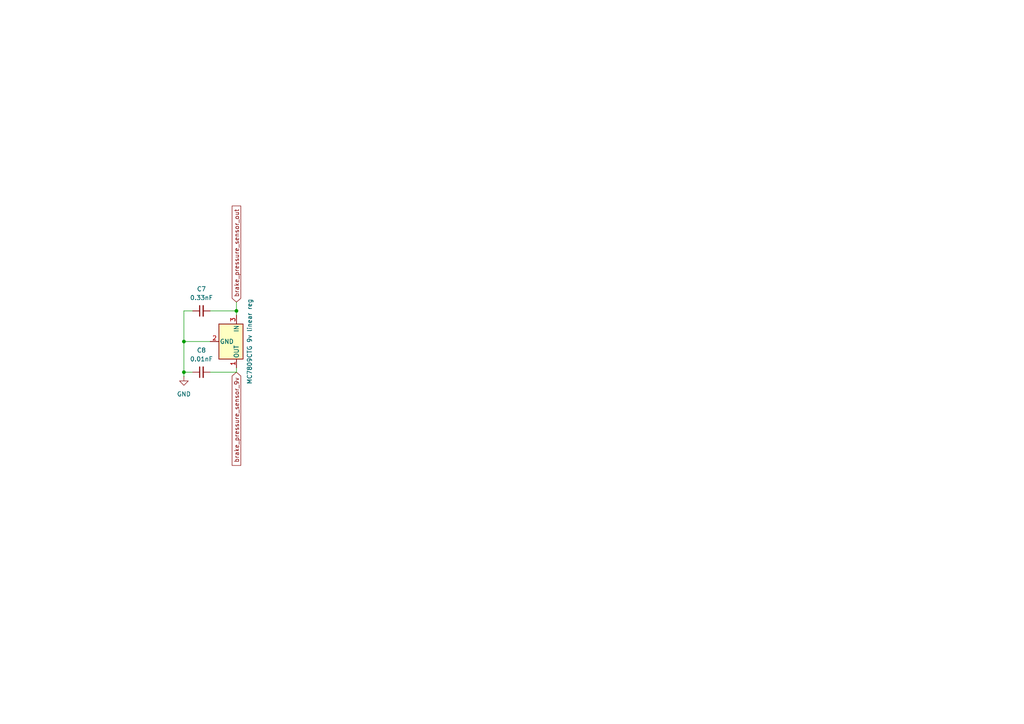
<source format=kicad_sch>
(kicad_sch (version 20231120) (generator "eeschema") (generator_version "8.0")
  (paper "A4")
  (lib_symbols
    (symbol "Device:C_Small" (pin_numbers hide) (pin_names (offset 0.254) hide)
      (property "Reference" "C" (at 0.254 1.778 0))
      (property "Value" "C_Small" (at 0.254 -2.032 0))
      (symbol "C_Small_0_1"
        (polyline (pts (xy -1.524 -0.508) (xy 1.524 -0.508)) (stroke (width 0.3302)))
        (polyline (pts (xy -1.524 0.508) (xy 1.524 0.508)) (stroke (width 0.3048)))
      )
      (symbol "C_Small_1_1"
        (pin passive line (at 0 2.54 270) (length 2.032) (name "~") (number "1"))
        (pin passive line (at 0 -2.54 90) (length 2.032) (name "~") (number "2"))
      )
    )
    (symbol "Regulator_Linear:L78L09_SOT89" (pin_names (offset 0.254))
      (property "Reference" "U" (at -3.81 3.175 0))
      (property "Value" "L78L09_SOT89" (at -0.635 3.175 0))
      (symbol "L78L09_SOT89_0_1"
        (rectangle (start -5.08 1.905) (end 5.08 -5.08) (stroke (width 0.254)) (fill (type background)))
      )
      (symbol "L78L09_SOT89_1_1"
        (pin power_out line (at 7.62 0 180) (length 2.54) (name "OUT") (number "1"))
        (pin power_in line (at 0 -7.62 90) (length 2.54) (name "GND") (number "2"))
        (pin power_in line (at -7.62 0 0) (length 2.54) (name "IN") (number "3"))
      )
    )
    (symbol "power:GND" (power) (pin_numbers hide) (pin_names (offset 0) hide)
      (property "Value" "GND" (at 0 -3.81 0))
      (symbol "GND_0_1"
        (polyline (pts (xy 0 0) (xy 0 -1.27) (xy 1.27 -1.27) (xy 0 -2.54) (xy -1.27 -1.27) (xy 0 -1.27)))
      )
      (symbol "GND_1_1"
        (pin power_in line (at 0 0 270) (length 0) (name "~") (number "1"))
      )
    )
  )
  (junction (at 53.34 107.95))
  (junction (at 53.34 99.06))
  (junction (at 68.58 90.17))
  (wire (pts (xy 68.58 107.95) (xy 60.96 107.95)))
  (wire (pts (xy 53.34 107.95) (xy 53.34 109.22)))
  (wire (pts (xy 68.58 90.17) (xy 68.58 91.44)))
  (wire (pts (xy 53.34 107.95) (xy 53.34 99.06)))
  (wire (pts (xy 55.88 107.95) (xy 53.34 107.95)))
  (wire (pts (xy 68.58 106.68) (xy 68.58 107.95)))
  (wire (pts (xy 53.34 90.17) (xy 55.88 90.17)))
  (wire (pts (xy 53.34 99.06) (xy 60.96 99.06)))
  (wire (pts (xy 68.58 90.17) (xy 68.58 87.63)))
  (wire (pts (xy 53.34 99.06) (xy 53.34 90.17)))
  (wire (pts (xy 68.58 90.17) (xy 60.96 90.17)))
  (global_label "brake_pressure_sensor_out" (shape input) (at 68.58 87.63 90) (property "Intersheetrefs" "${INTERSHEET_REFS}" (effects (hide yes))))
  (global_label "brake_pressure_sensor_9v" (shape input) (at 68.58 107.95 270) (property "Intersheetrefs" "${INTERSHEET_REFS}" (effects (hide yes))))
  (symbol (lib_id "Device:C_Small") (at 58.42 90.17 90) (unit 1)
    (property "Reference" "C7" (at 58.4263 83.82 90))
    (property "Value" "0.33nF" (at 58.4263 86.36 90))
    (property "Footprint" "Capacitor_SMD:C_0805_2012Metric_Pad1.18x1.45mm_HandSolder" (effects (hide yes)))
    (property "Datasheet" "https://www.yageo.com/upload/media/product/productsearch/datasheet/mlcc/UPY-GPHC_X7R_6.3V-to-250V_24.pdf" (effects (hide yes)))
    (property "Description" "Unpolarized capacitor, small symbol" (effects (hide yes)))
  )
  (symbol (lib_id "Device:C_Small") (at 58.42 107.95 90) (unit 1)
    (property "Reference" "C8" (at 58.4263 101.6 90))
    (property "Value" "0.01nF" (at 58.4263 104.14 90))
    (property "Footprint" "Capacitor_SMD:C_0805_2012Metric_Pad1.18x1.45mm_HandSolder" (effects (hide yes)))
    (property "Datasheet" "https://www.yageo.com/upload/media/product/productsearch/datasheet/mlcc/UPY-GPHC_X7R_6.3V-to-250V_24.pdf" (effects (hide yes)))
    (property "Description" "Unpolarized capacitor, small symbol" (effects (hide yes)))
  )
  (symbol (lib_id "power:GND") (at 53.34 109.22 0) (unit 1)
    (property "Reference" "#PWR031" (effects (hide yes)))
    (property "Value" "GND" (at 53.34 114.3 0))
    (property "Description" "Power symbol creates a global label with name \"GND\" , ground" (effects (hide yes)))
  )
  (symbol (lib_id "Regulator_Linear:L78L09_SOT89") (at 68.58 99.06 270) (unit 1)
    (property "Reference" "U15" (effects (hide yes)))
    (property "Value" "MC7809CTG 9v linear reg" (at 72.39 99.06 0))
    (property "Footprint" "Package_TO_SOT_THT:TO-220-3_Horizontal_TabDown" (effects (hide yes)))
    (property "Datasheet" "http://www.st.com/content/ccc/resource/technical/document/datasheet/15/55/e5/aa/23/5b/43/fd/CD00000446.pdf/files/CD00000446.pdf/jcr:content/translations/en.CD00000446.pdf" (effects (hide yes)))
    (property "Description" "Positive 100mA 30V Linear Regulator, Fixed Output 9V, SOT-89" (effects (hide yes)))
  )
)
</source>
